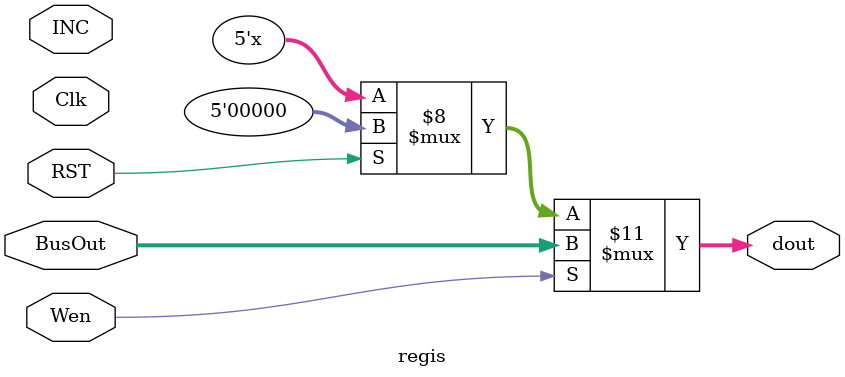
<source format=v>
module regis(Wen, BusOut, Clk, RST, INC, dout);
  input Wen, Clk, RST, INC;
  input[4:0] BusOut;
  output reg [4:0] dout = 5'd0;
  always @(BusOut)
    begin
        if      (Wen) dout <= BusOut;
        else if (RST) dout <= 5'd0;
        else if (INC) dout <= dout+1;
        else            dout <= dout;
      
    end
endmodule
</source>
